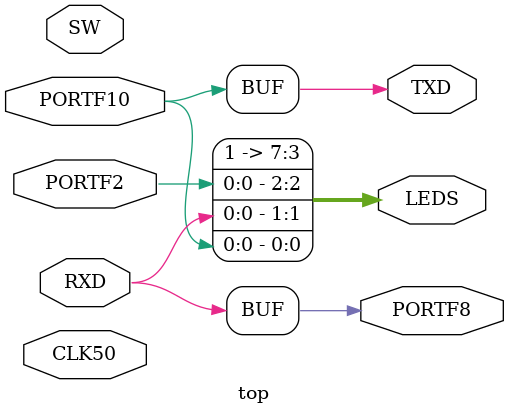
<source format=v>


module top (
    // unused
    input        CLK50,
    input  [3:0] SW,
    
    // input from de1soc
    input        PORTF10,
    output       TXD,

    // output to de1soc
    input        RXD,
    output       PORTF8,
    
    // DE1SoC ground
    input        PORTF2,

    // debug
    output [7:0] LEDS
);
    // TXD <- PORTF10
    // RXD -> PORTF8 -> DE1SOC 
    assign LEDS   = {5'b11111, PORTF2, RXD, TXD};
    assign TXD    = PORTF10;
    assign PORTF8 = RXD;
endmodule
</source>
